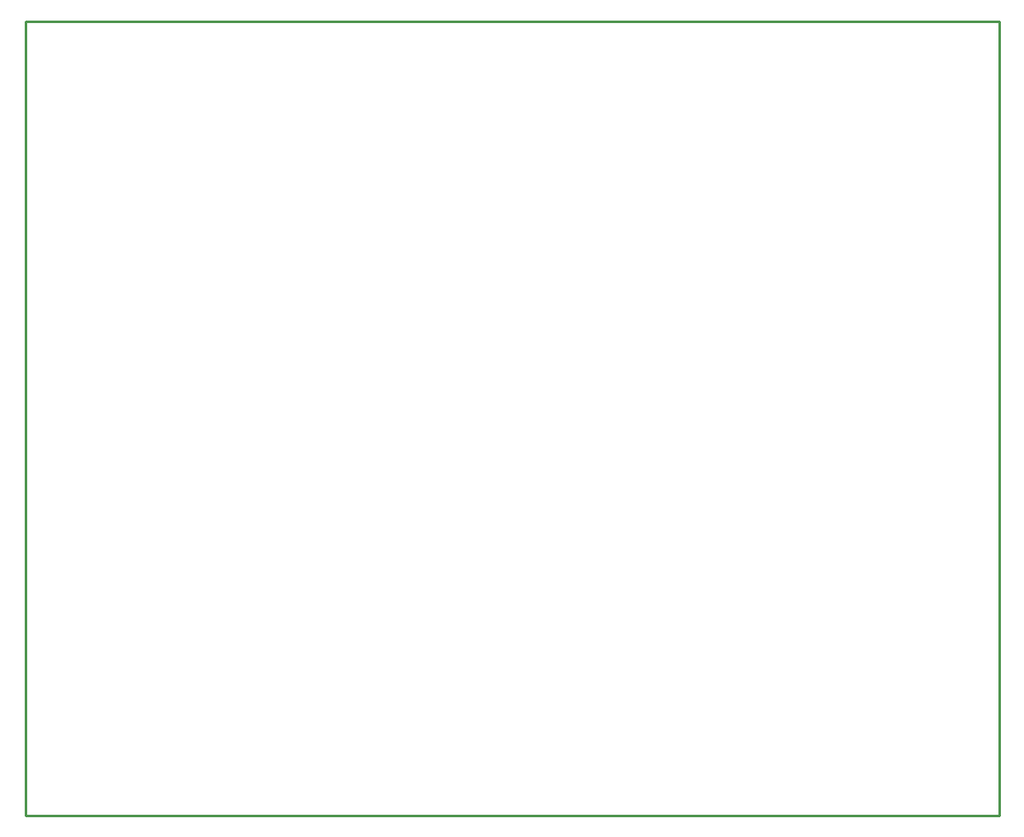
<source format=gm1>
G04*
G04 #@! TF.GenerationSoftware,Altium Limited,CircuitMaker,2.3.0 (2.3.0.3)*
G04*
G04 Layer_Color=16740166*
%FSLAX25Y25*%
%MOIN*%
G70*
G04*
G04 #@! TF.SameCoordinates,62C2B06D-8976-45AB-99A1-AE5862A21714*
G04*
G04*
G04 #@! TF.FilePolarity,Positive*
G04*
G01*
G75*
%ADD10C,0.01000*%
D10*
X315000Y78500D02*
Y400000D01*
X708500D01*
Y78500D02*
Y400000D01*
X315000Y78500D02*
X708500D01*
M02*

</source>
